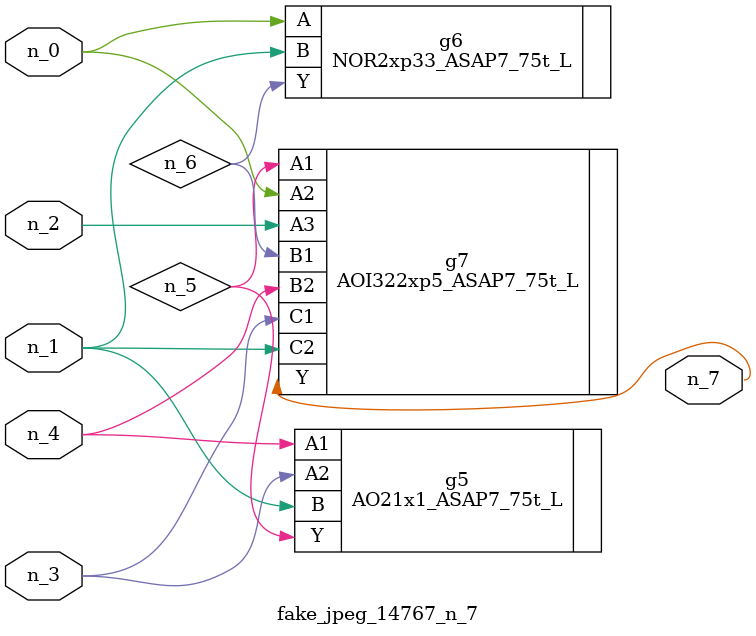
<source format=v>
module fake_jpeg_14767_n_7 (n_3, n_2, n_1, n_0, n_4, n_7);

input n_3;
input n_2;
input n_1;
input n_0;
input n_4;

output n_7;

wire n_6;
wire n_5;

AO21x1_ASAP7_75t_L g5 ( 
.A1(n_4),
.A2(n_3),
.B(n_1),
.Y(n_5)
);

NOR2xp33_ASAP7_75t_L g6 ( 
.A(n_0),
.B(n_1),
.Y(n_6)
);

AOI322xp5_ASAP7_75t_L g7 ( 
.A1(n_5),
.A2(n_0),
.A3(n_2),
.B1(n_6),
.B2(n_4),
.C1(n_3),
.C2(n_1),
.Y(n_7)
);


endmodule
</source>
